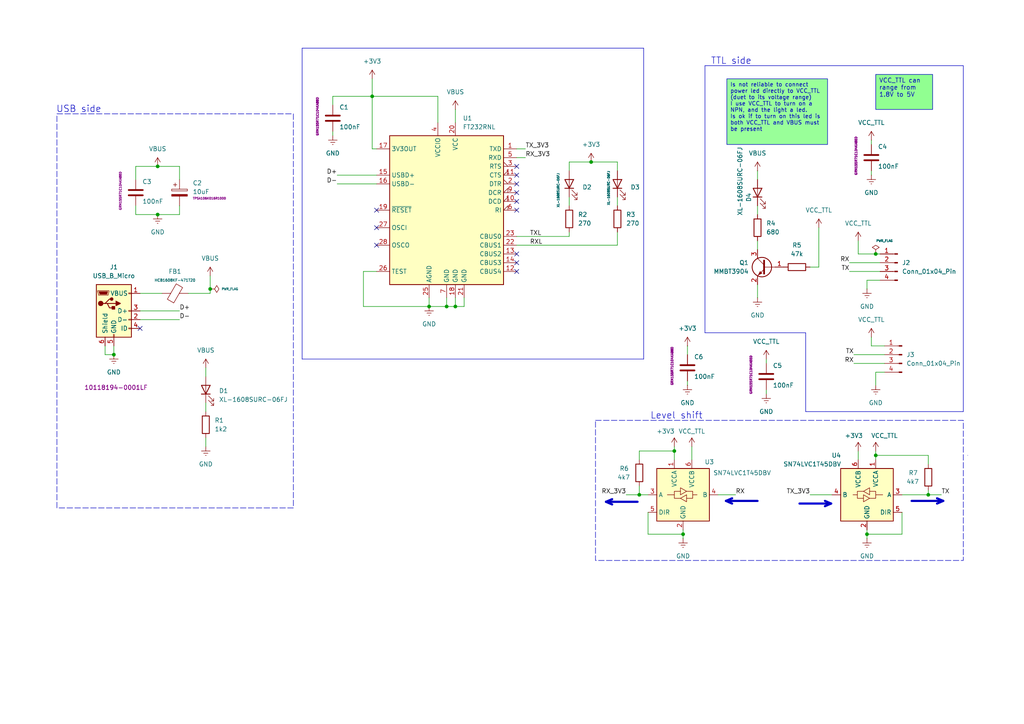
<source format=kicad_sch>
(kicad_sch (version 20250114) (generator "eeschema") (generator_version "9.0")
  (paper "A4")
  (title_block (title "Usb/TTL 1.8V to 5V interface") (date "2025-03-28") (rev "1") (company "Mastupristi Circuitry"))
  (lib_symbols
    (symbol "Connector:Conn_01x04_Pin" (pin_names (offset 1.016) (hide yes))
      (property "Reference" "J" (at 0 5.08 0))
      (property "Value" "Conn_01x04_Pin" (at 0 -7.62 0))
      (symbol "Conn_01x04_Pin_1_1"
        (rectangle (start 0.8636 2.667) (end 0 2.413) (stroke (width 0.1524)) (fill (type outline)))
        (rectangle (start 0.8636 0.127) (end 0 -0.127) (stroke (width 0.1524)) (fill (type outline)))
        (rectangle (start 0.8636 -2.413) (end 0 -2.667) (stroke (width 0.1524)) (fill (type outline)))
        (rectangle (start 0.8636 -4.953) (end 0 -5.207) (stroke (width 0.1524)) (fill (type outline)))
        (polyline (pts (xy 1.27 2.54) (xy 0.8636 2.54)) (stroke (width 0.1524)))
        (polyline (pts (xy 1.27 0) (xy 0.8636 0)) (stroke (width 0.1524)))
        (polyline (pts (xy 1.27 -2.54) (xy 0.8636 -2.54)) (stroke (width 0.1524)))
        (polyline (pts (xy 1.27 -5.08) (xy 0.8636 -5.08)) (stroke (width 0.1524)))
        (pin passive line (at 5.08 2.54 180) (length 3.81) (name "Pin_1") (number "1"))
        (pin passive line (at 5.08 0 180) (length 3.81) (name "Pin_2") (number "2"))
        (pin passive line (at 5.08 -2.54 180) (length 3.81) (name "Pin_3") (number "3"))
        (pin passive line (at 5.08 -5.08 180) (length 3.81) (name "Pin_4") (number "4"))
      )
    )
    (symbol "Connector:USB_B_Micro" (pin_names (offset 1.016))
      (property "Reference" "J" (at -5.08 11.43 0))
      (property "Value" "USB_B_Micro" (at -5.08 8.89 0))
      (symbol "USB_B_Micro_0_1"
        (rectangle (start -5.08 -7.62) (end 5.08 7.62) (stroke (width 0.254)) (fill (type background)))
        (polyline (pts (xy -4.699 5.842) (xy -4.699 5.588) (xy -4.445 4.826) (xy -4.445 4.572) (xy -1.651 4.572) (xy -1.651 4.826) (xy -1.397 5.588) (xy -1.397 5.842) (xy -4.699 5.842)))
        (polyline (pts (xy -4.318 5.588) (xy -1.778 5.588) (xy -2.032 4.826) (xy -4.064 4.826) (xy -4.318 5.588)) (fill (type outline)))
        (circle (center -3.81 2.159) (radius 0.635) (stroke (width 0.254)) (fill (type outline)))
        (polyline (pts (xy -3.175 2.159) (xy -2.54 2.159) (xy -1.27 3.429) (xy -0.635 3.429)) (stroke (width 0.254)))
        (polyline (pts (xy -2.54 2.159) (xy -1.905 2.159) (xy -1.27 0.889) (xy 0 0.889)) (stroke (width 0.254)))
        (polyline (pts (xy -1.905 2.159) (xy 0.635 2.159)) (stroke (width 0.254)))
        (circle (center -0.635 3.429) (radius 0.381) (stroke (width 0.254)) (fill (type outline)))
        (rectangle (start -0.127 -7.62) (end 0.127 -6.858))
        (rectangle (start 0.254 1.27) (end -0.508 0.508) (stroke (width 0.254)) (fill (type outline)))
        (polyline (pts (xy 0.635 2.794) (xy 0.635 1.524) (xy 1.905 2.159) (xy 0.635 2.794)) (stroke (width 0.254)) (fill (type outline)))
        (rectangle (start 5.08 4.953) (end 4.318 5.207))
        (rectangle (start 5.08 -0.127) (end 4.318 0.127))
        (rectangle (start 5.08 -2.667) (end 4.318 -2.413))
        (rectangle (start 5.08 -5.207) (end 4.318 -4.953))
      )
      (symbol "USB_B_Micro_1_1"
        (pin passive line (at -2.54 -10.16 90) (length 2.54) (name "Shield") (number "6"))
        (pin power_out line (at 0 -10.16 90) (length 2.54) (name "GND") (number "5"))
        (pin power_out line (at 7.62 5.08 180) (length 2.54) (name "VBUS") (number "1"))
        (pin bidirectional line (at 7.62 0 180) (length 2.54) (name "D+") (number "3"))
        (pin bidirectional line (at 7.62 -2.54 180) (length 2.54) (name "D-") (number "2"))
        (pin passive line (at 7.62 -5.08 180) (length 2.54) (name "ID") (number "4"))
      )
    )
    (symbol "Device:C" (pin_numbers (hide yes)) (pin_names (offset 0.254))
      (property "Reference" "C" (at 0.635 2.54 0))
      (property "Value" "C" (at 0.635 -2.54 0))
      (symbol "C_0_1"
        (polyline (pts (xy -2.032 0.762) (xy 2.032 0.762)) (stroke (width 0.508)))
        (polyline (pts (xy -2.032 -0.762) (xy 2.032 -0.762)) (stroke (width 0.508)))
      )
      (symbol "C_1_1"
        (pin passive line (at 0 3.81 270) (length 2.794) (name "~") (number "1"))
        (pin passive line (at 0 -3.81 90) (length 2.794) (name "~") (number "2"))
      )
    )
    (symbol "Device:C_Polarized" (pin_numbers (hide yes)) (pin_names (offset 0.254))
      (property "Reference" "C" (at 0.635 2.54 0))
      (property "Value" "C_Polarized" (at 0.635 -2.54 0))
      (symbol "C_Polarized_0_1"
        (rectangle (start -2.286 0.508) (end 2.286 1.016))
        (polyline (pts (xy -1.778 2.286) (xy -0.762 2.286)))
        (polyline (pts (xy -1.27 2.794) (xy -1.27 1.778)))
        (rectangle (start 2.286 -0.508) (end -2.286 -1.016) (fill (type outline)))
      )
      (symbol "C_Polarized_1_1"
        (pin passive line (at 0 3.81 270) (length 2.794) (name "~") (number "1"))
        (pin passive line (at 0 -3.81 90) (length 2.794) (name "~") (number "2"))
      )
    )
    (symbol "Device:FerriteBead" (pin_numbers (hide yes)) (pin_names (offset 0))
      (property "Reference" "FB" (at -3.81 0.635 90))
      (property "Value" "FerriteBead" (at 3.81 0 90))
      (symbol "FerriteBead_0_1"
        (polyline (pts (xy -2.7686 0.4064) (xy -1.7018 2.2606) (xy 2.7686 -0.3048) (xy 1.6764 -2.159) (xy -2.7686 0.4064)))
        (polyline (pts (xy 0 1.27) (xy 0 1.2954)))
        (polyline (pts (xy 0 -1.27) (xy 0 -1.2192)))
      )
      (symbol "FerriteBead_1_1"
        (pin passive line (at 0 3.81 270) (length 2.54) (name "~") (number "1"))
        (pin passive line (at 0 -3.81 90) (length 2.54) (name "~") (number "2"))
      )
    )
    (symbol "Device:LED" (pin_numbers (hide yes)) (pin_names (offset 1.016) (hide yes))
      (property "Reference" "D" (at 0 2.54 0))
      (property "Value" "LED" (at 0 -2.54 0))
      (symbol "LED_0_1"
        (polyline (pts (xy -3.048 -0.762) (xy -4.572 -2.286) (xy -3.81 -2.286) (xy -4.572 -2.286) (xy -4.572 -1.524)))
        (polyline (pts (xy -1.778 -0.762) (xy -3.302 -2.286) (xy -2.54 -2.286) (xy -3.302 -2.286) (xy -3.302 -1.524)))
        (polyline (pts (xy -1.27 0) (xy 1.27 0)))
        (polyline (pts (xy -1.27 -1.27) (xy -1.27 1.27)) (stroke (width 0.254)))
        (polyline (pts (xy 1.27 -1.27) (xy 1.27 1.27) (xy -1.27 0) (xy 1.27 -1.27)) (stroke (width 0.254)))
      )
      (symbol "LED_1_1"
        (pin passive line (at -3.81 0 0) (length 2.54) (name "K") (number "1"))
        (pin passive line (at 3.81 0 180) (length 2.54) (name "A") (number "2"))
      )
    )
    (symbol "Device:R" (pin_numbers (hide yes)) (pin_names (offset 0))
      (property "Reference" "R" (at 2.032 0 90))
      (property "Value" "R" (at 0 0 90))
      (symbol "R_0_1"
        (rectangle (start -1.016 -2.54) (end 1.016 2.54) (stroke (width 0.254)))
      )
      (symbol "R_1_1"
        (pin passive line (at 0 3.81 270) (length 1.27) (name "~") (number "1"))
        (pin passive line (at 0 -3.81 90) (length 1.27) (name "~") (number "2"))
      )
    )
    (symbol "Logic_LevelTranslator:SN74LVC1T45DBV"
      (property "Reference" "U" (at -6.35 8.89 0))
      (property "Value" "SN74LVC1T45DBV" (at 3.81 8.89 0))
      (symbol "SN74LVC1T45DBV_0_1"
        (rectangle (start -7.62 7.62) (end 7.62 -7.62) (stroke (width 0.254)) (fill (type background)))
        (polyline (pts (xy -2.54 0) (xy -2.54 1.016) (xy -0.762 1.016)))
        (polyline (pts (xy -0.762 0) (xy -0.762 2.032) (xy 1.016 1.016) (xy -0.762 0)))
        (polyline (pts (xy -0.762 -1.016) (xy -2.54 -1.016) (xy -2.54 0) (xy -4.572 0)))
        (polyline (pts (xy 1.016 1.016) (xy 2.794 1.016) (xy 2.794 0) (xy 4.064 0)))
        (polyline (pts (xy 1.016 0) (xy 1.016 -1.778) (xy 1.016 -2.032) (xy -0.762 -1.016) (xy 1.016 0)))
        (polyline (pts (xy 2.794 0) (xy 2.794 -1.016) (xy 1.016 -1.016)))
      )
      (symbol "SN74LVC1T45DBV_1_1"
        (pin bidirectional line (at -10.16 0 0) (length 2.54) (name "A") (number "3"))
        (pin input line (at -10.16 -5.08 0) (length 2.54) (name "DIR") (number "5"))
        (pin power_in line (at -2.54 10.16 270) (length 2.54) (name "VCCA") (number "1"))
        (pin power_in line (at 0 -10.16 90) (length 2.54) (name "GND") (number "2"))
        (pin power_in line (at 2.54 10.16 270) (length 2.54) (name "VCCB") (number "6"))
        (pin bidirectional line (at 10.16 0 180) (length 2.54) (name "B") (number "4"))
      )
    )
    (symbol "Transistor_BJT:MMBT3904" (pin_names (offset 0) (hide yes))
      (property "Reference" "Q" (at 5.08 1.905 0))
      (property "Value" "MMBT3904" (at 5.08 0 0))
      (symbol "MMBT3904_0_1"
        (polyline (pts (xy -2.54 0) (xy 0.635 0)))
        (polyline (pts (xy 0.635 1.905) (xy 0.635 -1.905)) (stroke (width 0.508)))
        (circle (center 1.27 0) (radius 2.8194) (stroke (width 0.254)))
      )
      (symbol "MMBT3904_1_1"
        (polyline (pts (xy 0.635 0.635) (xy 2.54 2.54)))
        (polyline (pts (xy 0.635 -0.635) (xy 2.54 -2.54)))
        (polyline (pts (xy 1.27 -1.778) (xy 1.778 -1.27) (xy 2.286 -2.286) (xy 1.27 -1.778)) (fill (type outline)))
        (pin input line (at -5.08 0 0) (length 2.54) (name "B") (number "1"))
        (pin passive line (at 2.54 5.08 270) (length 2.54) (name "C") (number "3"))
        (pin passive line (at 2.54 -5.08 90) (length 2.54) (name "E") (number "2"))
      )
    )
    (symbol "power:+3V3" (power) (pin_numbers (hide yes)) (pin_names (offset 0) (hide yes))
      (property "Value" "+3V3" (at 0 3.556 0))
      (symbol "+3V3_0_1"
        (polyline (pts (xy -0.762 1.27) (xy 0 2.54)))
        (polyline (pts (xy 0 2.54) (xy 0.762 1.27)))
        (polyline (pts (xy 0 0) (xy 0 2.54)))
      )
      (symbol "+3V3_1_1"
        (pin power_in line (at 0 0 90) (length 0) (name "~") (number "1"))
      )
    )
    (symbol "power:GNDREF" (power) (pin_numbers (hide yes)) (pin_names (offset 0) (hide yes))
      (property "Value" "GNDREF" (at 0 -3.81 0))
      (symbol "GNDREF_0_1"
        (polyline (pts (xy -0.635 -1.905) (xy 0.635 -1.905)))
        (polyline (pts (xy -0.127 -2.54) (xy 0.127 -2.54)))
        (polyline (pts (xy 0 -1.27) (xy 0 0)))
        (polyline (pts (xy 1.27 -1.27) (xy -1.27 -1.27)))
      )
      (symbol "GNDREF_1_1"
        (pin power_in line (at 0 0 270) (length 0) (name "~") (number "1"))
      )
    )
    (symbol "power:PWR_FLAG" (power) (pin_numbers (hide yes)) (pin_names (offset 0) (hide yes))
      (property "Value" "PWR_FLAG" (at 0 3.81 0))
      (symbol "PWR_FLAG_0_0"
        (pin power_out line (at 0 0 90) (length 0) (name "~") (number "1"))
      )
      (symbol "PWR_FLAG_0_1"
        (polyline (pts (xy 0 0) (xy 0 1.27) (xy -1.016 1.905) (xy 0 2.54) (xy 1.016 1.905) (xy 0 1.27)))
      )
    )
    (symbol "power:VBUS" (power) (pin_numbers (hide yes)) (pin_names (offset 0) (hide yes))
      (property "Value" "VBUS" (at 0 3.556 0))
      (symbol "VBUS_0_1"
        (polyline (pts (xy -0.762 1.27) (xy 0 2.54)))
        (polyline (pts (xy 0 2.54) (xy 0.762 1.27)))
        (polyline (pts (xy 0 0) (xy 0 2.54)))
      )
      (symbol "VBUS_1_1"
        (pin power_in line (at 0 0 90) (length 0) (name "~") (number "1"))
      )
    )
    (symbol "power:VCC" (power) (pin_numbers (hide yes)) (pin_names (offset 0) (hide yes))
      (property "Value" "VCC" (at 0 3.556 0))
      (symbol "VCC_0_1"
        (polyline (pts (xy -0.762 1.27) (xy 0 2.54)))
        (polyline (pts (xy 0 2.54) (xy 0.762 1.27)))
        (polyline (pts (xy 0 0) (xy 0 2.54)))
      )
      (symbol "VCC_1_1"
        (pin power_in line (at 0 0 90) (length 0) (name "~") (number "1"))
      )
    )
    (symbol "usb_uart_1V8:FT232RNL"
      (property "Reference" "U" (at -16.51 22.86 0))
      (property "Value" "FT232RNL" (at 10.16 22.86 0))
      (symbol "FT232RNL_0_1"
        (rectangle (start -16.51 21.59) (end 16.51 -21.59) (stroke (width 0.254)) (fill (type background)))
      )
      (symbol "FT232RNL_1_1"
        (pin power_out line (at -20.32 17.78 0) (length 3.81) (name "3V3OUT") (number "17"))
        (pin bidirectional line (at -20.32 10.16 0) (length 3.81) (name "USBD+") (number "15"))
        (pin bidirectional line (at -20.32 7.62 0) (length 3.81) (name "USBD-") (number "16"))
        (pin input line (at -20.32 0 0) (length 3.81) (name "~{RESET}") (number "19"))
        (pin input line (at -20.32 -5.08 0) (length 3.81) (name "OSCI") (number "27"))
        (pin output line (at -20.32 -10.16 0) (length 3.81) (name "OSCO") (number "28"))
        (pin input line (at -20.32 -17.78 0) (length 3.81) (name "TEST") (number "26"))
        (pin power_in line (at -5.08 -25.4 90) (length 3.81) (name "AGND") (number "25"))
        (pin power_in line (at -2.54 25.4 270) (length 3.81) (name "VCCIO") (number "4"))
        (pin power_in line (at 0 -25.4 90) (length 3.81) (name "GND") (number "7"))
        (pin power_in line (at 2.54 25.4 270) (length 3.81) (name "VCC") (number "20"))
        (pin power_in line (at 2.54 -25.4 90) (length 3.81) (name "GND") (number "18"))
        (pin power_in line (at 5.08 -25.4 90) (length 3.81) (name "GND") (number "21"))
        (pin output line (at 20.32 17.78 180) (length 3.81) (name "TXD") (number "1"))
        (pin input line (at 20.32 15.24 180) (length 3.81) (name "RXD") (number "5"))
        (pin output output_low (at 20.32 12.7 180) (length 3.81) (name "RTS") (number "3"))
        (pin input input_low (at 20.32 10.16 180) (length 3.81) (name "CTS") (number "11"))
        (pin output output_low (at 20.32 7.62 180) (length 3.81) (name "DTR") (number "2"))
        (pin input input_low (at 20.32 5.08 180) (length 3.81) (name "DCR") (number "9"))
        (pin input input_low (at 20.32 2.54 180) (length 3.81) (name "DCD") (number "10"))
        (pin input input_low (at 20.32 0 180) (length 3.81) (name "RI") (number "6"))
        (pin bidirectional line (at 20.32 -7.62 180) (length 3.81) (name "CBUS0") (number "23"))
        (pin bidirectional line (at 20.32 -10.16 180) (length 3.81) (name "CBUS1") (number "22"))
        (pin bidirectional line (at 20.32 -12.7 180) (length 3.81) (name "CBUS2") (number "13"))
        (pin bidirectional line (at 20.32 -15.24 180) (length 3.81) (name "CBUS3") (number "14"))
        (pin bidirectional line (at 20.32 -17.78 180) (length 3.81) (name "CBUS4") (number "12"))
      )
    )
  )
  (rectangle (start 172.72 121.92) (end 279.4 162.56) (stroke (width 0) (type dash)))
  (rectangle (start 280.67 132.08) (end 280.67 132.08))
  (rectangle (start 16.51 33.02) (end 85.09 147.32) (stroke (width 0) (type dash)))
  (text "USB side" (at 22.86 31.75 0) (effects (font (size 1.905 1.905))))
  (text "TTL side" (at 212.09 17.78 0) (effects (font (size 1.905 1.905))))
  (text "Level shift" (at 196.215 120.65 0) (effects (font (size 1.905 1.905))))
  (text_box "VCC_TTL can range from 1.8V to 5V" (at 254 21.59 0) (size 16.51 10.16) (margins 0.9525 0.9525 0.9525 0.9525) (fill (type color) (color 0 255 0 0.43)) (effects (font (size 1.27 1.27)) (justify left top)))
  (text_box "Is not reliable to connect power led directly to VCC_TTL (duet to its voltage range)\nI use VCC_TTL to turn on a NPN, and the light a led.\nIs ok if to turn on this led is both VCC_TTL and VBUS must be present" (at 210.82 22.86 0) (size 29.21 19.05) (margins 0.9525 0.9525 0.9525 0.9525) (fill (type color) (color 0 255 0 0.4)) (effects (font (size 1.143 1.143)) (justify left top)))
  (junction (at 45.72 48.26))
  (junction (at 269.24 143.51))
  (junction (at 198.12 154.94))
  (junction (at 124.46 88.9))
  (junction (at 171.45 46.99))
  (junction (at 254 73.66))
  (junction (at 107.95 27.94))
  (junction (at 251.46 154.94))
  (junction (at 185.42 143.51))
  (junction (at 33.02 102.87))
  (junction (at 195.58 130.81))
  (junction (at 254 132.08))
  (junction (at 45.72 62.23))
  (junction (at 132.08 88.9))
  (junction (at 60.96 83.82))
  (junction (at 129.54 88.9))
  (no_connect (at 109.22 66.04))
  (no_connect (at 149.86 60.96))
  (no_connect (at 109.22 60.96))
  (no_connect (at 149.86 58.42))
  (no_connect (at 109.22 71.12))
  (no_connect (at 149.86 53.34))
  (no_connect (at 40.64 95.25))
  (no_connect (at 149.86 73.66))
  (no_connect (at 149.86 50.8))
  (no_connect (at 149.86 55.88))
  (no_connect (at 149.86 78.74))
  (no_connect (at 149.86 48.26))
  (no_connect (at 149.86 76.2))
  (wire (pts (xy 45.72 62.23) (xy 52.07 62.23)))
  (wire (pts (xy 165.1 46.99) (xy 171.45 46.99)))
  (wire (pts (xy 255.27 73.66) (xy 254 73.66)))
  (wire (pts (xy 251.46 154.94) (xy 251.46 156.21)))
  (wire (pts (xy 254 132.08) (xy 254 133.35)))
  (wire (pts (xy 179.07 57.15) (xy 179.07 59.69)))
  (wire (pts (xy 30.48 102.87) (xy 33.02 102.87)))
  (wire (pts (xy 52.07 48.26) (xy 52.07 52.07)))
  (wire (pts (xy 129.54 88.9) (xy 132.08 88.9)))
  (wire (pts (xy 30.48 100.33) (xy 30.48 102.87)))
  (polyline (pts (xy 186.69 104.14) (xy 87.63 104.14)))
  (wire (pts (xy 107.95 43.18) (xy 107.95 27.94)))
  (wire (pts (xy 254 73.66) (xy 248.92 73.66)))
  (wire (pts (xy 59.69 127) (xy 59.69 129.54)))
  (wire (pts (xy 256.54 100.33) (xy 252.73 100.33)))
  (wire (pts (xy 255.27 76.2) (xy 246.38 76.2)))
  (wire (pts (xy 105.41 78.74) (xy 109.22 78.74)))
  (wire (pts (xy 261.62 154.94) (xy 251.46 154.94)))
  (wire (pts (xy 237.49 66.04) (xy 237.49 77.47)))
  (wire (pts (xy 40.64 85.09) (xy 46.99 85.09)))
  (wire (pts (xy 96.52 27.94) (xy 107.95 27.94)))
  (wire (pts (xy 185.42 130.81) (xy 185.42 133.35)))
  (polyline (pts (xy 279.4 19.05) (xy 279.4 119.38)))
  (wire (pts (xy 54.61 85.09) (xy 60.96 85.09)))
  (wire (pts (xy 171.45 46.99) (xy 179.07 46.99)))
  (polyline (pts (xy 264.414 145.288) (xy 273.558 145.288)) (stroke (width 0.635)))
  (polyline (pts (xy 204.47 19.05) (xy 279.4 19.05)))
  (polyline (pts (xy 210.566 145.288) (xy 212.344 144.526)) (stroke (width 0.635)))
  (wire (pts (xy 132.08 86.36) (xy 132.08 88.9)))
  (wire (pts (xy 222.25 104.14) (xy 222.25 105.41)))
  (wire (pts (xy 219.71 82.55) (xy 219.71 86.36)))
  (wire (pts (xy 107.95 27.94) (xy 127 27.94)))
  (polyline (pts (xy 184.912 145.542) (xy 175.768 145.542)) (stroke (width 0.635)))
  (wire (pts (xy 109.22 43.18) (xy 107.95 43.18)))
  (wire (pts (xy 198.12 154.94) (xy 198.12 153.67)))
  (wire (pts (xy 179.07 71.12) (xy 179.07 67.31)))
  (wire (pts (xy 195.58 130.81) (xy 195.58 133.35)))
  (wire (pts (xy 60.96 80.01) (xy 60.96 83.82)))
  (wire (pts (xy 185.42 130.81) (xy 195.58 130.81)))
  (wire (pts (xy 254 130.81) (xy 254 132.08)))
  (wire (pts (xy 165.1 49.53) (xy 165.1 46.99)))
  (wire (pts (xy 251.46 153.67) (xy 251.46 154.94)))
  (wire (pts (xy 40.64 92.71) (xy 52.07 92.71)))
  (wire (pts (xy 252.73 97.79) (xy 252.73 100.33)))
  (wire (pts (xy 195.58 129.54) (xy 195.58 130.81)))
  (wire (pts (xy 269.24 142.24) (xy 269.24 143.51)))
  (wire (pts (xy 105.41 88.9) (xy 105.41 78.74)))
  (polyline (pts (xy 233.68 119.38) (xy 233.68 96.52)))
  (wire (pts (xy 208.28 143.51) (xy 213.36 143.51)))
  (wire (pts (xy 219.71 59.69) (xy 219.71 62.23)))
  (polyline (pts (xy 87.63 13.97) (xy 186.69 13.97)))
  (wire (pts (xy 179.07 46.99) (xy 179.07 49.53)))
  (wire (pts (xy 39.37 62.23) (xy 45.72 62.23)))
  (wire (pts (xy 132.08 88.9) (xy 134.62 88.9)))
  (wire (pts (xy 248.92 73.66) (xy 248.92 69.85)))
  (wire (pts (xy 149.86 45.72) (xy 152.4 45.72)))
  (polyline (pts (xy 233.68 96.52) (xy 204.47 96.52)))
  (wire (pts (xy 248.92 130.81) (xy 248.92 133.35)))
  (polyline (pts (xy 186.69 13.97) (xy 186.69 104.14)))
  (wire (pts (xy 39.37 48.26) (xy 39.37 52.07)))
  (polyline (pts (xy 279.4 119.38) (xy 233.68 119.38)))
  (wire (pts (xy 261.62 148.59) (xy 261.62 154.94)))
  (wire (pts (xy 187.96 154.94) (xy 198.12 154.94)))
  (wire (pts (xy 149.86 71.12) (xy 179.07 71.12)))
  (wire (pts (xy 200.66 129.54) (xy 200.66 133.35)))
  (wire (pts (xy 149.86 43.18) (xy 152.4 43.18)))
  (polyline (pts (xy 231.902 146.05) (xy 241.046 146.05)) (stroke (width 0.635)))
  (polyline (pts (xy 175.768 145.542) (xy 177.546 146.304)) (stroke (width 0.635)))
  (wire (pts (xy 198.12 156.21) (xy 198.12 154.94)))
  (wire (pts (xy 237.49 77.47) (xy 234.95 77.47)))
  (wire (pts (xy 269.24 134.62) (xy 269.24 132.08)))
  (wire (pts (xy 256.54 107.95) (xy 254 107.95)))
  (wire (pts (xy 60.96 83.82) (xy 60.96 85.09)))
  (wire (pts (xy 124.46 88.9) (xy 105.41 88.9)))
  (wire (pts (xy 59.69 106.68) (xy 59.69 109.22)))
  (wire (pts (xy 165.1 57.15) (xy 165.1 59.69)))
  (polyline (pts (xy 219.71 145.288) (xy 210.566 145.288)) (stroke (width 0.635)))
  (wire (pts (xy 96.52 27.94) (xy 96.52 30.48)))
  (polyline (pts (xy 273.558 145.288) (xy 271.78 146.05)) (stroke (width 0.635)))
  (wire (pts (xy 39.37 48.26) (xy 45.72 48.26)))
  (wire (pts (xy 219.71 49.53) (xy 219.71 52.07)))
  (polyline (pts (xy 87.63 13.97) (xy 87.63 104.14)))
  (wire (pts (xy 254 107.95) (xy 254 111.76)))
  (wire (pts (xy 124.46 88.9) (xy 129.54 88.9)))
  (wire (pts (xy 187.96 148.59) (xy 187.96 154.94)))
  (polyline (pts (xy 241.046 146.05) (xy 239.268 146.812)) (stroke (width 0.635)))
  (wire (pts (xy 129.54 86.36) (xy 129.54 88.9)))
  (wire (pts (xy 109.22 50.8) (xy 97.79 50.8)))
  (wire (pts (xy 107.95 27.94) (xy 107.95 22.86)))
  (wire (pts (xy 261.62 143.51) (xy 269.24 143.51)))
  (wire (pts (xy 269.24 143.51) (xy 273.05 143.51)))
  (wire (pts (xy 255.27 78.74) (xy 246.38 78.74)))
  (wire (pts (xy 52.07 62.23) (xy 52.07 59.69)))
  (wire (pts (xy 59.69 116.84) (xy 59.69 119.38)))
  (wire (pts (xy 132.08 31.75) (xy 132.08 35.56)))
  (wire (pts (xy 45.72 48.26) (xy 52.07 48.26)))
  (wire (pts (xy 109.22 53.34) (xy 97.79 53.34)))
  (polyline (pts (xy 175.768 145.542) (xy 177.546 144.78)) (stroke (width 0.635)))
  (wire (pts (xy 127 35.56) (xy 127 27.94)))
  (wire (pts (xy 252.73 40.64) (xy 252.73 41.91)))
  (wire (pts (xy 149.86 68.58) (xy 165.1 68.58)))
  (wire (pts (xy 124.46 86.36) (xy 124.46 88.9)))
  (wire (pts (xy 251.46 81.28) (xy 251.46 83.82)))
  (wire (pts (xy 39.37 59.69) (xy 39.37 62.23)))
  (wire (pts (xy 165.1 67.31) (xy 165.1 68.58)))
  (wire (pts (xy 256.54 105.41) (xy 247.65 105.41)))
  (wire (pts (xy 252.73 49.53) (xy 252.73 50.8)))
  (wire (pts (xy 251.46 81.28) (xy 255.27 81.28)))
  (polyline (pts (xy 241.046 146.05) (xy 239.268 145.288)) (stroke (width 0.635)))
  (wire (pts (xy 134.62 88.9) (xy 134.62 86.36)))
  (wire (pts (xy 219.71 69.85) (xy 219.71 72.39)))
  (wire (pts (xy 40.64 90.17) (xy 52.07 90.17)))
  (wire (pts (xy 185.42 140.97) (xy 185.42 143.51)))
  (wire (pts (xy 222.25 113.03) (xy 222.25 114.3)))
  (wire (pts (xy 187.96 143.51) (xy 185.42 143.51)))
  (wire (pts (xy 199.39 110.49) (xy 199.39 111.76)))
  (polyline (pts (xy 204.47 19.05) (xy 204.47 96.52)))
  (wire (pts (xy 256.54 102.87) (xy 247.65 102.87)))
  (wire (pts (xy 33.02 100.33) (xy 33.02 102.87)))
  (polyline (pts (xy 210.566 145.288) (xy 212.344 146.05)) (stroke (width 0.635)))
  (wire (pts (xy 241.3 143.51) (xy 234.95 143.51)))
  (wire (pts (xy 185.42 143.51) (xy 181.61 143.51)))
  (polyline (pts (xy 273.558 145.288) (xy 271.78 144.526)) (stroke (width 0.635)))
  (wire (pts (xy 269.24 132.08) (xy 254 132.08)))
  (wire (pts (xy 199.39 100.33) (xy 199.39 102.87)))
  (wire (pts (xy 96.52 38.1) (xy 96.52 39.37)))
  (label "RX_3V3" (at 152.4 45.72 0))
  (label "RXL" (at 153.67 71.12 0))
  (label "D-" (at 52.07 92.71 0))
  (label "TXL" (at 153.67 68.58 0))
  (label "TX_3V3" (at 152.4 43.18 0))
  (label "RX" (at 246.38 76.2 180))
  (label "RX" (at 247.65 105.41 180))
  (label "TX" (at 273.05 143.51 0))
  (label "D+" (at 97.79 50.8 180))
  (label "TX" (at 247.65 102.87 180))
  (label "RX" (at 213.36 143.51 0))
  (label "RX_3V3" (at 181.61 143.51 180))
  (label "TX_3V3" (at 234.95 143.51 180))
  (label "TX" (at 246.38 78.74 180))
  (label "D+" (at 52.07 90.17 0))
  (label "D-" (at 97.79 53.34 180))
  (symbol (lib_id "Device:R") (at 231.14 77.47 90) (unit 1)
    (property "Reference" "R5" (at 231.14 71.12 90))
    (property "Value" "47k" (at 231.14 73.66 90))
    (property "Footprint" "Resistor_SMD:R_0402_1005Metric" (effects (hide yes)))
    (property "Datasheet" "https://jlcpcb.com/api/file/downloadByFileSystemAccessId/8579705927001427968" (effects (hide yes)))
    (property "Description" "62.5mW Thick Film Resistors 50V ±100ppm/℃ ±1% 47kΩ 0402 Chip Resistor" (effects (hide yes)))
    (property "JLCPCB Part#" "C25792" (effects (hide yes)))
    (property "Field6" "0402WGF4702TCE" (effects (hide yes)))
  )
  (symbol (lib_id "Device:C") (at 39.37 55.88 0) (unit 1)
    (property "Reference" "C3" (at 41.275 52.705 0) (effects (justify left)))
    (property "Value" "100nF" (at 41.275 58.42 0) (effects (justify left)))
    (property "Footprint" "Capacitor_SMD:C_0402_1005Metric" (effects (hide yes)))
    (property "Datasheet" "https://jlcpcb.com/api/file/downloadByFileSystemAccessId/8588894173265342464" (effects (hide yes)))
    (property "Description" "GRM155R71C104KA88D" (at 34.925 60.96 90) (effects (font (size 0.635 0.635)) (justify left)))
    (property "JLCPCB Part#" "C71629" (effects (hide yes)))
  )
  (symbol (lib_id "power:GNDREF") (at 199.39 111.76 0) (unit 1)
    (property "Reference" "#PWR022" (effects (hide yes)))
    (property "Value" "GND" (at 199.39 116.84 0))
    (property "Description" "Power symbol creates a global label with name \"GNDREF\" , reference supply ground" (effects (hide yes)))
  )
  (symbol (lib_id "power:GNDREF") (at 33.02 102.87 0) (unit 1)
    (property "Reference" "#PWR08" (effects (hide yes)))
    (property "Value" "GND" (at 33.02 107.95 0))
    (property "Description" "Power symbol creates a global label with name \"GNDREF\" , reference supply ground" (effects (hide yes)))
  )
  (symbol (lib_id "power:GNDREF") (at 251.46 156.21 0) (mirror y) (unit 1)
    (property "Reference" "#PWR030" (effects (hide yes)))
    (property "Value" "GND" (at 251.46 161.29 0))
    (property "Description" "Power symbol creates a global label with name \"GNDREF\" , reference supply ground" (effects (hide yes)))
  )
  (symbol (lib_id "Device:LED") (at 165.1 53.34 90) (unit 1)
    (property "Reference" "D2" (at 168.91 54.2924 90) (effects (justify right)))
    (property "Value" "XL-1608SURC-06FJ" (at 161.925 50.165 0) (effects (font (size 0.635 0.635)) (justify right)))
    (property "Footprint" "LED_SMD:LED_0603_1608Metric" (effects (hide yes)))
    (property "Datasheet" "https://jlcpcb.com/api/file/downloadByFileSystemAccessId/8590903609712189440" (effects (hide yes)))
    (property "Description" "20mA Colorless transparent lens 600mcd Positive Stick 618nm~630nm -40℃~+90℃ Red 120° 75mW 1.8V~2.3V 0603 LED Indication" (effects (hide yes)))
    (property "Sim.Pins" "1=K 2=A" (effects (hide yes)))
    (property "JLCPCB Part#" "C7371900" (effects (hide yes)))
  )
  (symbol (lib_id "power:+3V3") (at 248.92 130.81 0) (unit 1)
    (property "Reference" "#PWR031" (effects (hide yes)))
    (property "Value" "+3V3" (at 247.65 126.365 0))
    (property "Description" "Power symbol creates a global label with name \"+3V3\"" (effects (hide yes)))
  )
  (symbol (lib_id "power:VCC") (at 252.73 40.64 0) (mirror y) (unit 1)
    (property "Reference" "#PWR016" (effects (hide yes)))
    (property "Value" "VCC_TTL" (at 252.73 35.56 0))
    (property "Description" "Power symbol creates a global label with name \"VCC\"" (effects (hide yes)))
  )
  (symbol (lib_id "power:VCC") (at 222.25 104.14 0) (mirror y) (unit 1)
    (property "Reference" "#PWR020" (effects (hide yes)))
    (property "Value" "VCC_TTL" (at 222.25 99.06 0))
    (property "Description" "Power symbol creates a global label with name \"VCC\"" (effects (hide yes)))
  )
  (symbol (lib_id "Logic_LevelTranslator:SN74LVC1T45DBV") (at 198.12 143.51 0) (unit 1)
    (property "Reference" "U3" (at 205.74 133.985 0))
    (property "Value" "SN74LVC1T45DBV" (at 215.265 137.16 0))
    (property "Footprint" "Package_TO_SOT_SMD:SOT-23-6" (effects (hide yes)))
    (property "Datasheet" "http://www.ti.com/lit/ds/symlink/sn74lvc1t45.pdf" (effects (hide yes)))
    (property "Description" "Single-Bit Dual-Supply Bus Transceiver With Configurable Voltage Translation and 3-State Outputs, SOT-23-6" (effects (hide yes)))
    (property "JLCPCB Part#" "C7843" (effects (hide yes)))
  )
  (symbol (lib_id "power:VBUS") (at 45.72 48.26 0) (unit 1)
    (property "Reference" "#PWR010" (effects (hide yes)))
    (property "Value" "VBUS" (at 45.72 43.18 0))
    (property "Description" "Power symbol creates a global label with name \"VBUS\"" (effects (hide yes)))
  )
  (symbol (lib_id "power:GNDREF") (at 251.46 83.82 0) (mirror y) (unit 1)
    (property "Reference" "#PWR04" (effects (hide yes)))
    (property "Value" "GND" (at 251.46 88.9 0))
    (property "Description" "Power symbol creates a global label with name \"GNDREF\" , reference supply ground" (effects (hide yes)))
  )
  (symbol (lib_id "power:GNDREF") (at 96.52 39.37 0) (unit 1)
    (property "Reference" "#PWR015" (effects (hide yes)))
    (property "Value" "GND" (at 96.52 44.45 0))
    (property "Description" "Power symbol creates a global label with name \"GNDREF\" , reference supply ground" (effects (hide yes)))
  )
  (symbol (lib_id "power:VCC") (at 200.66 129.54 0) (mirror y) (unit 1)
    (property "Reference" "#PWR027" (effects (hide yes)))
    (property "Value" "VCC_TTL" (at 200.66 125.095 0))
    (property "Description" "Power symbol creates a global label with name \"VCC\"" (effects (hide yes)))
  )
  (symbol (lib_id "Device:C") (at 222.25 109.22 0) (unit 1)
    (property "Reference" "C5" (at 224.155 106.045 0) (effects (justify left)))
    (property "Value" "100nF" (at 224.155 111.76 0) (effects (justify left)))
    (property "Footprint" "Capacitor_SMD:C_0402_1005Metric" (effects (hide yes)))
    (property "Datasheet" "https://jlcpcb.com/api/file/downloadByFileSystemAccessId/8588894173265342464" (effects (hide yes)))
    (property "Description" "GRM155R71C104KA88D" (at 217.805 114.3 90) (effects (font (size 0.635 0.635)) (justify left)))
    (property "JLCPCB Part#" "C71629" (effects (hide yes)))
  )
  (symbol (lib_id "power:GNDREF") (at 45.72 62.23 0) (unit 1)
    (property "Reference" "#PWR011" (effects (hide yes)))
    (property "Value" "GND" (at 45.72 67.31 0))
    (property "Description" "Power symbol creates a global label with name \"GNDREF\" , reference supply ground" (effects (hide yes)))
  )
  (symbol (lib_id "power:GNDREF") (at 254 111.76 0) (mirror y) (unit 1)
    (property "Reference" "#PWR03" (effects (hide yes)))
    (property "Value" "GND" (at 254 116.84 0))
    (property "Description" "Power symbol creates a global label with name \"GNDREF\" , reference supply ground" (effects (hide yes)))
  )
  (symbol (lib_id "Device:LED") (at 219.71 55.88 90) (unit 1)
    (property "Reference" "D4" (at 217.17 55.88 0) (effects (justify right)))
    (property "Value" "XL-1608SURC-06FJ" (at 214.63 42.545 0) (effects (justify right)))
    (property "Footprint" "LED_SMD:LED_0603_1608Metric" (effects (hide yes)))
    (property "Datasheet" "https://jlcpcb.com/api/file/downloadByFileSystemAccessId/8590903609712189440" (effects (hide yes)))
    (property "Description" "20mA Colorless transparent lens 600mcd Positive Stick 618nm~630nm -40℃~+90℃ Red 120° 75mW 1.8V~2.3V 0603 LED Indication" (effects (hide yes)))
    (property "Sim.Pins" "1=K 2=A" (effects (hide yes)))
    (property "JLCPCB Part#" "C7371900" (effects (hide yes)))
  )
  (symbol (lib_id "Device:R") (at 59.69 123.19 0) (unit 1)
    (property "Reference" "R1" (at 62.23 121.9199 0) (effects (justify left)))
    (property "Value" "1k2" (at 62.23 124.4599 0) (effects (justify left)))
    (property "Footprint" "Resistor_SMD:R_0402_1005Metric" (effects (hide yes)))
    (property "Description" "62.5mW Thick Film Resistors 50V ±100ppm/℃ ±1% 1.2kΩ 0402 Chip Resistor" (effects (hide yes)))
    (property "JLCPCB Part#" "C25862" (effects (hide yes)))
    (property "Field6" "0402WGF1201TCE" (effects (hide yes)))
  )
  (symbol (lib_id "Device:R") (at 179.07 63.5 0) (unit 1)
    (property "Reference" "R3" (at 181.61 62.2299 0) (effects (justify left)))
    (property "Value" "270" (at 181.61 64.7699 0) (effects (justify left)))
    (property "Footprint" "Resistor_SMD:R_0402_1005Metric" (effects (hide yes)))
    (property "Description" "62.5mW Thick Film Resistors 50V ±100ppm/℃ ±1% 270Ω 0402 Chip Resistor" (effects (hide yes)))
    (property "JLCPCB Part#" "C25099" (effects (hide yes)))
    (property "Field6" "0402WGF2700TCE" (effects (hide yes)))
  )
  (symbol (lib_id "power:GNDREF") (at 198.12 156.21 0) (unit 1)
    (property "Reference" "#PWR019" (effects (hide yes)))
    (property "Value" "GND" (at 198.12 161.29 0))
    (property "Description" "Power symbol creates a global label with name \"GNDREF\" , reference supply ground" (effects (hide yes)))
  )
  (symbol (lib_id "power:+3V3") (at 107.95 22.86 0) (unit 1)
    (property "Reference" "#PWR06" (effects (hide yes)))
    (property "Value" "+3V3" (at 107.95 17.78 0))
    (property "Description" "Power symbol creates a global label with name \"+3V3\"" (effects (hide yes)))
  )
  (symbol (lib_id "Device:LED") (at 179.07 53.34 90) (unit 1)
    (property "Reference" "D3" (at 182.88 54.2924 90) (effects (justify right)))
    (property "Value" "XL-1608SURC-06FJ" (at 176.53 49.53 0) (effects (font (size 0.635 0.635)) (justify right)))
    (property "Footprint" "LED_SMD:LED_0603_1608Metric" (effects (hide yes)))
    (property "Datasheet" "https://jlcpcb.com/api/file/downloadByFileSystemAccessId/8590903609712189440" (effects (hide yes)))
    (property "Description" "20mA Colorless transparent lens 600mcd Positive Stick 618nm~630nm -40℃~+90℃ Red 120° 75mW 1.8V~2.3V 0603 LED Indication" (effects (hide yes)))
    (property "Sim.Pins" "1=K 2=A" (effects (hide yes)))
    (property "JLCPCB Part#" "C7371900" (effects (hide yes)))
  )
  (symbol (lib_id "Connector:Conn_01x04_Pin") (at 260.35 76.2 0) (mirror y) (unit 1)
    (property "Reference" "J2" (at 261.62 76.1999 0) (effects (justify right)))
    (property "Value" "Conn_01x04_Pin" (at 261.62 78.7399 0) (effects (justify right)))
    (property "Footprint" "Connector_PinHeader_2.54mm:PinHeader_1x04_P2.54mm_Vertical" (effects (hide yes)))
    (property "Description" "Generic connector, single row, 01x04, script generated" (effects (hide yes)))
  )
  (symbol (lib_id "power:VCC") (at 237.49 66.04 0) (mirror y) (unit 1)
    (property "Reference" "#PWR05" (effects (hide yes)))
    (property "Value" "VCC_TTL" (at 237.49 60.96 0))
    (property "Description" "Power symbol creates a global label with name \"VCC\"" (effects (hide yes)))
  )
  (symbol (lib_id "Device:FerriteBead") (at 50.8 85.09 90) (unit 1)
    (property "Reference" "FB1" (at 50.7492 78.74 90))
    (property "Value" "HCB1608KF-471T20" (at 50.7492 81.28 90) (effects (font (size 0.762 0.762))))
    (property "Footprint" "Resistor_SMD:R_0805_2012Metric" (effects (hide yes)))
    (property "Datasheet" "https://jlcpcb.com/api/file/downloadByFileSystemAccessId/8588932150485241856" (effects (hide yes)))
    (property "Description" "100mΩ ±25% 470Ω@100MHz 0603 Ferrite Beads" (effects (hide yes)))
    (property "JLCPCB Part#" "C356977" (effects (hide yes)))
  )
  (symbol (lib_id "power:VBUS") (at 60.96 80.01 0) (unit 1)
    (property "Reference" "#PWR09" (effects (hide yes)))
    (property "Value" "VBUS" (at 60.96 74.93 0))
    (property "Description" "Power symbol creates a global label with name \"VBUS\"" (effects (hide yes)))
  )
  (symbol (lib_id "power:VCC") (at 252.73 97.79 0) (mirror y) (unit 1)
    (property "Reference" "#PWR02" (effects (hide yes)))
    (property "Value" "VCC_TTL" (at 252.73 92.71 0))
    (property "Description" "Power symbol creates a global label with name \"VCC\"" (effects (hide yes)))
  )
  (symbol (lib_id "power:VBUS") (at 132.08 31.75 0) (unit 1)
    (property "Reference" "#PWR018" (effects (hide yes)))
    (property "Value" "VBUS" (at 132.08 26.67 0))
    (property "Description" "Power symbol creates a global label with name \"VBUS\"" (effects (hide yes)))
  )
  (symbol (lib_id "Device:C") (at 252.73 45.72 0) (unit 1)
    (property "Reference" "C4" (at 254.635 42.545 0) (effects (justify left)))
    (property "Value" "100nF" (at 254.635 48.26 0) (effects (justify left)))
    (property "Footprint" "Capacitor_SMD:C_0402_1005Metric" (effects (hide yes)))
    (property "Datasheet" "https://jlcpcb.com/api/file/downloadByFileSystemAccessId/8588894173265342464" (effects (hide yes)))
    (property "Description" "GRM155R71C104KA88D" (at 248.285 50.8 90) (effects (font (size 0.635 0.635)) (justify left)))
    (property "JLCPCB Part#" "C71629" (effects (hide yes)))
  )
  (symbol (lib_id "Device:LED") (at 59.69 113.03 90) (unit 1)
    (property "Reference" "D1" (at 63.5 113.3474 90) (effects (justify right)))
    (property "Value" "XL-1608SURC-06FJ" (at 63.5 115.8874 90) (effects (justify right)))
    (property "Footprint" "LED_SMD:LED_0603_1608Metric" (effects (hide yes)))
    (property "Datasheet" "https://jlcpcb.com/api/file/downloadByFileSystemAccessId/8590903609712189440" (effects (hide yes)))
    (property "Description" "20mA Colorless transparent lens 600mcd Positive Stick 618nm~630nm -40℃~+90℃ Red 120° 75mW 1.8V~2.3V 0603 LED Indication" (effects (hide yes)))
    (property "Sim.Pins" "1=K 2=A" (effects (hide yes)))
    (property "JLCPCB Part#" "C7371900" (effects (hide yes)))
  )
  (symbol (lib_id "power:GNDREF") (at 252.73 50.8 0) (unit 1)
    (property "Reference" "#PWR017" (effects (hide yes)))
    (property "Value" "GND" (at 252.73 55.88 0))
    (property "Description" "Power symbol creates a global label with name \"GNDREF\" , reference supply ground" (effects (hide yes)))
  )
  (symbol (lib_id "Device:R") (at 219.71 66.04 0) (unit 1)
    (property "Reference" "R4" (at 222.25 64.7699 0) (effects (justify left)))
    (property "Value" "680" (at 222.25 67.3099 0) (effects (justify left)))
    (property "Footprint" "Resistor_SMD:R_0402_1005Metric" (effects (hide yes)))
    (property "Datasheet" "https://jlcpcb.com/api/file/downloadByFileSystemAccessId/8579706055238078464" (effects (hide yes)))
    (property "Description" "62.5mW Thick Film Resistors 50V ±100ppm/℃ ±1% 680Ω 0402 Chip Resistor" (effects (hide yes)))
    (property "JLCPCB Part#" "C25130" (effects (hide yes)))
    (property "Field6" "0402WGF6800TCE" (effects (hide yes)))
  )
  (symbol (lib_id "power:VBUS") (at 59.69 106.68 0) (unit 1)
    (property "Reference" "#PWR012" (effects (hide yes)))
    (property "Value" "VBUS" (at 59.69 101.6 0))
    (property "Description" "Power symbol creates a global label with name \"VBUS\"" (effects (hide yes)))
  )
  (symbol (lib_id "Connector:USB_B_Micro") (at 33.02 90.17 0) (unit 1)
    (property "Reference" "J1" (at 33.02 77.47 0))
    (property "Value" "USB_B_Micro" (at 33.02 80.01 0))
    (property "Footprint" "Connector_USB:USB_Micro-B_Amphenol_10118194-0001LF_Horizontal" (effects (hide yes)))
    (property "Datasheet" "https://jlcpcb.com/api/file/downloadByFileSystemAccessId/8588905128988446720" (effects (hide yes)))
    (property "Description" "USB 2.0 1 5P Female -30℃~+80℃ Micro-B SMD USB Connectors" (effects (hide yes)))
    (property "JLCPCB Part#" "C132563" (effects (hide yes)))
    (property "Field6" "10118194-0001LF" (at 33.655 112.395 0))
  )
  (symbol (lib_id "Device:R") (at 165.1 63.5 0) (unit 1)
    (property "Reference" "R2" (at 167.64 62.2299 0) (effects (justify left)))
    (property "Value" "270" (at 167.64 64.7699 0) (effects (justify left)))
    (property "Footprint" "Resistor_SMD:R_0402_1005Metric" (effects (hide yes)))
    (property "Description" "62.5mW Thick Film Resistors 50V ±100ppm/℃ ±1% 270Ω 0402 Chip Resistor" (effects (hide yes)))
    (property "JLCPCB Part#" "C25099" (effects (hide yes)))
    (property "Field6" "0402WGF2700TCE" (effects (hide yes)))
  )
  (symbol (lib_id "Logic_LevelTranslator:SN74LVC1T45DBV") (at 251.46 143.51 0) (mirror y) (unit 1)
    (property "Reference" "U4" (at 242.57 132.08 0))
    (property "Value" "SN74LVC1T45DBV" (at 235.585 134.62 0))
    (property "Footprint" "Package_TO_SOT_SMD:SOT-23-6" (effects (hide yes)))
    (property "Datasheet" "http://www.ti.com/lit/ds/symlink/sn74lvc1t45.pdf" (effects (hide yes)))
    (property "Description" "Single-Bit Dual-Supply Bus Transceiver With Configurable Voltage Translation and 3-State Outputs, SOT-23-6" (effects (hide yes)))
    (property "JLCPCB Part#" "C7843" (effects (hide yes)))
  )
  (symbol (lib_id "Connector:Conn_01x04_Pin") (at 261.62 102.87 0) (mirror y) (unit 1)
    (property "Reference" "J3" (at 262.89 102.8699 0) (effects (justify right)))
    (property "Value" "Conn_01x04_Pin" (at 262.89 105.4099 0) (effects (justify right)))
    (property "Footprint" "Connector_PinHeader_2.54mm:PinHeader_1x04_P2.54mm_Vertical" (effects (hide yes)))
    (property "Description" "Generic connector, single row, 01x04, script generated" (effects (hide yes)))
  )
  (symbol (lib_id "power:+3V3") (at 199.39 100.33 0) (unit 1)
    (property "Reference" "#PWR014" (effects (hide yes)))
    (property "Value" "+3V3" (at 199.39 95.25 0))
    (property "Description" "Power symbol creates a global label with name \"+3V3\"" (effects (hide yes)))
  )
  (symbol (lib_id "power:GNDREF") (at 59.69 129.54 0) (unit 1)
    (property "Reference" "#PWR013" (effects (hide yes)))
    (property "Value" "GND" (at 59.69 134.62 0))
    (property "Description" "Power symbol creates a global label with name \"GNDREF\" , reference supply ground" (effects (hide yes)))
  )
  (symbol (lib_id "Device:R") (at 185.42 137.16 0) (unit 1)
    (property "Reference" "R6" (at 179.705 135.89 0) (effects (justify left)))
    (property "Value" "4k7" (at 179.07 138.43 0) (effects (justify left)))
    (property "Footprint" "Resistor_SMD:R_0402_1005Metric" (effects (hide yes)))
    (property "Datasheet" "https://jlcpcb.com/api/file/downloadByFileSystemAccessId/8579706055238078464" (effects (hide yes)))
    (property "Description" "62.5mW Thick Film Resistors 50V ±100ppm/℃ ±1% 4.7kΩ 0402 Chip Resistor" (effects (hide yes)))
    (property "JLCPCB Part#" "C25900" (effects (hide yes)))
    (property "Field6" "0402WGF4701TCE" (effects (hide yes)))
  )
  (symbol (lib_id "power:+3V3") (at 171.45 46.99 0) (unit 1)
    (property "Reference" "#PWR029" (effects (hide yes)))
    (property "Value" "+3V3" (at 171.45 41.91 0))
    (property "Description" "Power symbol creates a global label with name \"+3V3\"" (effects (hide yes)))
  )
  (symbol (lib_id "power:GNDREF") (at 124.46 88.9 0) (unit 1)
    (property "Reference" "#PWR07" (effects (hide yes)))
    (property "Value" "GND" (at 124.46 93.98 0))
    (property "Description" "Power symbol creates a global label with name \"GNDREF\" , reference supply ground" (effects (hide yes)))
  )
  (symbol (lib_id "power:VCC") (at 248.92 69.85 0) (mirror y) (unit 1)
    (property "Reference" "#PWR01" (effects (hide yes)))
    (property "Value" "VCC_TTL" (at 248.92 64.77 0))
    (property "Description" "Power symbol creates a global label with name \"VCC\"" (effects (hide yes)))
  )
  (symbol (lib_id "power:GNDREF") (at 219.71 86.36 0) (unit 1)
    (property "Reference" "#PWR026" (effects (hide yes)))
    (property "Value" "GND" (at 219.71 91.44 0))
    (property "Description" "Power symbol creates a global label with name \"GNDREF\" , reference supply ground" (effects (hide yes)))
  )
  (symbol (lib_id "power:+3V3") (at 195.58 129.54 0) (unit 1)
    (property "Reference" "#PWR028" (effects (hide yes)))
    (property "Value" "+3V3" (at 193.04 125.095 0))
    (property "Description" "Power symbol creates a global label with name \"+3V3\"" (effects (hide yes)))
  )
  (symbol (lib_id "power:PWR_FLAG") (at 60.96 83.82 270) (mirror x) (unit 1)
    (property "Reference" "#FLG03" (effects (hide yes)))
    (property "Value" "PWR_FLAG" (at 66.675 83.82 90) (effects (font (size 0.635 0.635))))
    (property "Description" "Special symbol for telling ERC where power comes from" (effects (hide yes)))
  )
  (symbol (lib_id "power:GNDREF") (at 222.25 114.3 0) (unit 1)
    (property "Reference" "#PWR021" (effects (hide yes)))
    (property "Value" "GND" (at 222.25 119.38 0))
    (property "Description" "Power symbol creates a global label with name \"GNDREF\" , reference supply ground" (effects (hide yes)))
  )
  (symbol (lib_id "power:VCC") (at 254 130.81 0) (mirror y) (unit 1)
    (property "Reference" "#PWR032" (effects (hide yes)))
    (property "Value" "VCC_TTL" (at 256.54 126.365 0))
    (property "Description" "Power symbol creates a global label with name \"VCC\"" (effects (hide yes)))
  )
  (symbol (lib_id "power:VBUS") (at 219.71 49.53 0) (unit 1)
    (property "Reference" "#PWR025" (effects (hide yes)))
    (property "Value" "VBUS" (at 219.71 44.45 0))
    (property "Description" "Power symbol creates a global label with name \"VBUS\"" (effects (hide yes)))
  )
  (symbol (lib_id "Transistor_BJT:MMBT3904") (at 222.25 77.47 0) (mirror y) (unit 1)
    (property "Reference" "Q1" (at 217.17 76.1999 0) (effects (justify left)))
    (property "Value" "MMBT3904" (at 217.17 78.7399 0) (effects (justify left)))
    (property "Footprint" "Package_TO_SOT_SMD:SOT-23" (effects (hide yes)))
    (property "Datasheet" "https://jlcpcb.com/api/file/downloadByFileSystemAccessId/8564879385946705920" (effects (hide yes)))
    (property "Description" "40V 200mW 100@10mA,1.0V 200mA NPN SOT-23 Bipolar (BJT)" (effects (hide yes)))
    (property "JLCPCB Part#" "C7420353" (effects (hide yes)))
  )
  (symbol (lib_id "Device:C") (at 199.39 106.68 0) (unit 1)
    (property "Reference" "C6" (at 201.295 103.505 0) (effects (justify left)))
    (property "Value" "100nF" (at 201.295 109.22 0) (effects (justify left)))
    (property "Footprint" "Capacitor_SMD:C_0402_1005Metric" (effects (hide yes)))
    (property "Datasheet" "https://jlcpcb.com/api/file/downloadByFileSystemAccessId/8588894173265342464" (effects (hide yes)))
    (property "Description" "GRM155R71C104KA88D" (at 194.945 111.76 90) (effects (font (size 0.635 0.635)) (justify left)))
    (property "JLCPCB Part#" "C71629" (effects (hide yes)))
  )
  (symbol (lib_id "Device:C") (at 96.52 34.29 0) (unit 1)
    (property "Reference" "C1" (at 98.425 31.115 0) (effects (justify left)))
    (property "Value" "100nF" (at 98.425 36.83 0) (effects (justify left)))
    (property "Footprint" "Capacitor_SMD:C_0402_1005Metric" (effects (hide yes)))
    (property "Datasheet" "https://jlcpcb.com/api/file/downloadByFileSystemAccessId/8588894173265342464" (effects (hide yes)))
    (property "Description" "GRM155R71C104KA88D" (at 92.075 39.37 90) (effects (font (size 0.635 0.635)) (justify left)))
    (property "JLCPCB Part#" "C71629" (effects (hide yes)))
  )
  (symbol (lib_id "power:PWR_FLAG") (at 254 73.66 0) (mirror y) (unit 1)
    (property "Reference" "#FLG02" (effects (hide yes)))
    (property "Value" "PWR_FLAG" (at 256.54 69.85 0) (effects (font (size 0.635 0.635))))
    (property "Description" "Special symbol for telling ERC where power comes from" (effects (hide yes)))
  )
  (symbol (lib_id "Device:R") (at 269.24 138.43 0) (unit 1)
    (property "Reference" "R7" (at 263.525 137.16 0) (effects (justify left)))
    (property "Value" "4k7" (at 262.89 139.7 0) (effects (justify left)))
    (property "Footprint" "Resistor_SMD:R_0402_1005Metric" (effects (hide yes)))
    (property "Datasheet" "https://jlcpcb.com/api/file/downloadByFileSystemAccessId/8579706055238078464" (effects (hide yes)))
    (property "Description" "62.5mW Thick Film Resistors 50V ±100ppm/℃ ±1% 4.7kΩ 0402 Chip Resistor" (effects (hide yes)))
    (property "JLCPCB Part#" "C25900" (effects (hide yes)))
    (property "Field6" "0402WGF4701TCE" (effects (hide yes)))
  )
  (symbol (lib_id "usb_uart_1V8:FT232RNL") (at 129.54 60.96 0) (unit 1)
    (property "Reference" "U1" (at 134.2233 34.29 0) (effects (justify left)))
    (property "Value" "FT232RNL" (at 134.2233 36.83 0) (effects (justify left)))
    (property "Footprint" "Package_SO:SSOP-28_5.3x10.2mm_P0.65mm" (effects (hide yes)))
    (property "Datasheet" "https://ftdichip.com/wp-content/uploads/2024/12/DS_FT232RN.pdf" (effects (hide yes)))
    (property "Description" "USB to Serial Interface, SSOP-28" (effects (hide yes)))
    (property "JLCPCB Part#" "C5246810" (effects (hide yes)))
  )
  (symbol (lib_id "Device:C_Polarized") (at 52.07 55.88 0) (unit 1)
    (property "Reference" "C2" (at 55.88 53.0859 0) (effects (justify left)))
    (property "Value" "10uF" (at 55.88 55.6259 0) (effects (justify left)))
    (property "Footprint" "Capacitor_SMD:C_1206_3216Metric" (effects (hide yes)))
    (property "Datasheet" "https://jlcpcb.com/api/file/downloadByFileSystemAccessId/8588943491833872384" (effects (hide yes)))
    (property "Description" "10uF 16V 1Ω@100kHz ±10% 1206 Tantalum Capacitors" (effects (hide yes)))
    (property "JLCPCB Part#" "C282116" (effects (hide yes)))
    (property "Field6" "TPSA106K016R1000" (at 55.88 57.531 0) (effects (font (size 0.635 0.635)) (justify left)))
  )
)
</source>
